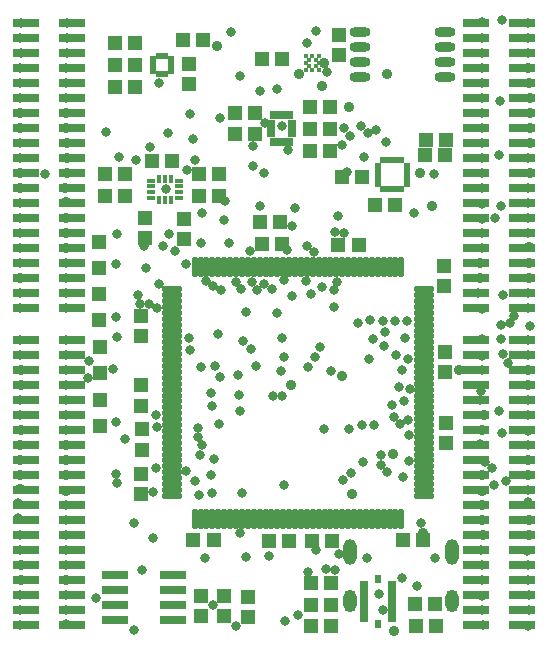
<source format=gts>
G04*
G04 #@! TF.GenerationSoftware,Altium Limited,Altium Designer,23.6.0 (18)*
G04*
G04 Layer_Color=8388736*
%FSLAX44Y44*%
%MOMM*%
G71*
G04*
G04 #@! TF.SameCoordinates,1B3FBE08-8921-405D-8673-E2F24B904F06*
G04*
G04*
G04 #@! TF.FilePolarity,Negative*
G04*
G01*
G75*
%ADD35C,0.4032*%
%ADD36R,1.3032X1.2032*%
%ADD37R,1.2032X1.3032*%
G04:AMPARAMS|DCode=38|XSize=1.6732mm|YSize=0.4832mm|CornerRadius=0.1366mm|HoleSize=0mm|Usage=FLASHONLY|Rotation=0.000|XOffset=0mm|YOffset=0mm|HoleType=Round|Shape=RoundedRectangle|*
%AMROUNDEDRECTD38*
21,1,1.6732,0.2100,0,0,0.0*
21,1,1.4000,0.4832,0,0,0.0*
1,1,0.2732,0.7000,-0.1050*
1,1,0.2732,-0.7000,-0.1050*
1,1,0.2732,-0.7000,0.1050*
1,1,0.2732,0.7000,0.1050*
%
%ADD38ROUNDEDRECTD38*%
G04:AMPARAMS|DCode=39|XSize=1.6732mm|YSize=0.4832mm|CornerRadius=0.1366mm|HoleSize=0mm|Usage=FLASHONLY|Rotation=90.000|XOffset=0mm|YOffset=0mm|HoleType=Round|Shape=RoundedRectangle|*
%AMROUNDEDRECTD39*
21,1,1.6732,0.2100,0,0,90.0*
21,1,1.4000,0.4832,0,0,90.0*
1,1,0.2732,0.1050,0.7000*
1,1,0.2732,0.1050,-0.7000*
1,1,0.2732,-0.1050,-0.7000*
1,1,0.2732,-0.1050,0.7000*
%
%ADD39ROUNDEDRECTD39*%
%ADD40R,1.3032X1.3032*%
%ADD41R,0.6782X0.4532*%
%ADD42R,0.4532X0.6782*%
%ADD43R,0.5532X0.7932*%
%ADD44R,0.7932X0.5532*%
G04:AMPARAMS|DCode=45|XSize=0.5832mm|YSize=0.5532mm|CornerRadius=0.1174mm|HoleSize=0mm|Usage=FLASHONLY|Rotation=0.000|XOffset=0mm|YOffset=0mm|HoleType=Round|Shape=RoundedRectangle|*
%AMROUNDEDRECTD45*
21,1,0.5832,0.3185,0,0,0.0*
21,1,0.3485,0.5532,0,0,0.0*
1,1,0.2347,0.1743,-0.1593*
1,1,0.2347,-0.1743,-0.1593*
1,1,0.2347,-0.1743,0.1593*
1,1,0.2347,0.1743,0.1593*
%
%ADD45ROUNDEDRECTD45*%
%ADD46R,0.5032X0.7032*%
%ADD47R,0.7032X0.5032*%
%ADD48R,0.6032X0.5032*%
%ADD49R,0.5032X0.6032*%
%ADD50O,1.8032X0.8032*%
%ADD51R,2.1844X0.7366*%
%ADD52R,2.2032X0.6532*%
%ADD53O,1.1032X1.9032*%
%ADD54O,1.1032X2.2032*%
%ADD55C,0.8032*%
%ADD56C,0.9032*%
D35*
X574240Y740920D02*
D03*
X568580Y746580D02*
D03*
X562920D02*
D03*
Y740920D02*
D03*
Y735260D02*
D03*
X568580D02*
D03*
X565750Y743750D02*
D03*
Y738090D02*
D03*
X574240Y746580D02*
D03*
Y735260D02*
D03*
X571410Y743750D02*
D03*
Y738090D02*
D03*
D36*
X680750Y662750D02*
D03*
X663750D02*
D03*
X489500Y646750D02*
D03*
X472500D02*
D03*
X489750Y628500D02*
D03*
X472750D02*
D03*
X526250Y744000D02*
D03*
X543250D02*
D03*
X449500Y657750D02*
D03*
X432500D02*
D03*
X410250Y628500D02*
D03*
X393250D02*
D03*
X410250Y647000D02*
D03*
X393250D02*
D03*
X681500Y676000D02*
D03*
X664500D02*
D03*
X673000Y264250D02*
D03*
X656000D02*
D03*
X672750Y283000D02*
D03*
X655750D02*
D03*
X567500Y282250D02*
D03*
X584500D02*
D03*
X567500Y264000D02*
D03*
X584500D02*
D03*
X584500Y300750D02*
D03*
X567500D02*
D03*
X458750Y760500D02*
D03*
X475750D02*
D03*
X401753Y739500D02*
D03*
X418753D02*
D03*
X401750Y720750D02*
D03*
X418750D02*
D03*
X401750Y758250D02*
D03*
X418750D02*
D03*
X566750Y703500D02*
D03*
X583750D02*
D03*
X520000Y680500D02*
D03*
X503000D02*
D03*
X520000Y698750D02*
D03*
X503000D02*
D03*
X566250Y666500D02*
D03*
X583250D02*
D03*
X566500Y685000D02*
D03*
X583500D02*
D03*
X611000Y644500D02*
D03*
X594000D02*
D03*
X638500Y621000D02*
D03*
X621500D02*
D03*
X524500Y606750D02*
D03*
X541500D02*
D03*
X526250Y587500D02*
D03*
X543250D02*
D03*
X590750Y587250D02*
D03*
X607750D02*
D03*
X485000Y336750D02*
D03*
X468000D02*
D03*
X645750Y337500D02*
D03*
X662750D02*
D03*
X585500Y336250D02*
D03*
X568500D02*
D03*
X549250D02*
D03*
X532250D02*
D03*
D37*
X591000Y764500D02*
D03*
Y747500D02*
D03*
X424000Y510000D02*
D03*
Y527000D02*
D03*
X464250Y723500D02*
D03*
Y740500D02*
D03*
X427000Y592750D02*
D03*
Y609750D02*
D03*
X460000Y592000D02*
D03*
Y609000D02*
D03*
X424000Y393000D02*
D03*
Y376000D02*
D03*
X682000Y436250D02*
D03*
Y419250D02*
D03*
X681000Y496750D02*
D03*
Y479750D02*
D03*
X680250Y569000D02*
D03*
Y552000D02*
D03*
X424000Y451000D02*
D03*
Y468000D02*
D03*
X424250Y430750D02*
D03*
Y413750D02*
D03*
X494000Y272500D02*
D03*
Y289500D02*
D03*
X474500Y272500D02*
D03*
Y289500D02*
D03*
X514000Y289000D02*
D03*
Y272000D02*
D03*
D38*
X663200Y549500D02*
D03*
Y544500D02*
D03*
Y539500D02*
D03*
Y534500D02*
D03*
Y529500D02*
D03*
Y524500D02*
D03*
Y519500D02*
D03*
Y514500D02*
D03*
Y509500D02*
D03*
Y504500D02*
D03*
Y499500D02*
D03*
Y494500D02*
D03*
Y489500D02*
D03*
Y484500D02*
D03*
Y479500D02*
D03*
Y474500D02*
D03*
Y469500D02*
D03*
Y464500D02*
D03*
Y459500D02*
D03*
Y454500D02*
D03*
Y449500D02*
D03*
Y444500D02*
D03*
Y439500D02*
D03*
Y434500D02*
D03*
Y429500D02*
D03*
Y424500D02*
D03*
Y419500D02*
D03*
Y414500D02*
D03*
Y409500D02*
D03*
Y404500D02*
D03*
Y399500D02*
D03*
Y394500D02*
D03*
Y389500D02*
D03*
Y384500D02*
D03*
Y379500D02*
D03*
Y374500D02*
D03*
X449800D02*
D03*
Y379500D02*
D03*
Y384500D02*
D03*
Y389500D02*
D03*
Y394500D02*
D03*
Y399500D02*
D03*
Y404500D02*
D03*
Y409500D02*
D03*
Y414500D02*
D03*
Y419500D02*
D03*
Y424500D02*
D03*
Y429500D02*
D03*
Y434500D02*
D03*
Y439500D02*
D03*
Y444500D02*
D03*
Y449500D02*
D03*
Y454500D02*
D03*
Y459500D02*
D03*
Y464500D02*
D03*
Y469500D02*
D03*
Y474500D02*
D03*
Y479500D02*
D03*
Y484500D02*
D03*
Y489500D02*
D03*
Y494500D02*
D03*
Y499500D02*
D03*
Y504500D02*
D03*
Y509500D02*
D03*
Y514500D02*
D03*
Y519500D02*
D03*
Y524500D02*
D03*
Y529500D02*
D03*
Y534500D02*
D03*
Y539500D02*
D03*
Y544500D02*
D03*
Y549500D02*
D03*
D39*
X469000Y568700D02*
D03*
X474000D02*
D03*
X479000D02*
D03*
X484000D02*
D03*
X489000D02*
D03*
X494000D02*
D03*
X499000D02*
D03*
X504000D02*
D03*
X509000D02*
D03*
X514000D02*
D03*
X519000D02*
D03*
X524000D02*
D03*
X529000D02*
D03*
X534000D02*
D03*
X539000D02*
D03*
X544000D02*
D03*
X549000D02*
D03*
X554000D02*
D03*
X559000D02*
D03*
X564000D02*
D03*
X569000D02*
D03*
X574000D02*
D03*
X579000D02*
D03*
X584000D02*
D03*
X589000D02*
D03*
X594000D02*
D03*
X599000D02*
D03*
X604000D02*
D03*
X609000D02*
D03*
X614000D02*
D03*
X619000D02*
D03*
X624000D02*
D03*
X629000D02*
D03*
X634000D02*
D03*
X639000D02*
D03*
X644000D02*
D03*
Y355300D02*
D03*
X639000D02*
D03*
X634000D02*
D03*
X629000D02*
D03*
X624000D02*
D03*
X619000D02*
D03*
X614000D02*
D03*
X609000D02*
D03*
X604000D02*
D03*
X599000D02*
D03*
X594000D02*
D03*
X589000D02*
D03*
X584000D02*
D03*
X579000D02*
D03*
X574000D02*
D03*
X569000D02*
D03*
X564000D02*
D03*
X559000D02*
D03*
X554000D02*
D03*
X549000D02*
D03*
X544000D02*
D03*
X539000D02*
D03*
X534000D02*
D03*
X529000D02*
D03*
X524000D02*
D03*
X519000D02*
D03*
X514000D02*
D03*
X509000D02*
D03*
X504000D02*
D03*
X499000D02*
D03*
X494000D02*
D03*
X489000D02*
D03*
X484000D02*
D03*
X479000D02*
D03*
X474000D02*
D03*
X469000D02*
D03*
D40*
X388000Y589750D02*
D03*
X388000Y567750D02*
D03*
X388500Y500750D02*
D03*
X388500Y478750D02*
D03*
X388250Y545250D02*
D03*
X388250Y523250D02*
D03*
X388500Y456000D02*
D03*
X388500Y434000D02*
D03*
D41*
X432125Y636500D02*
D03*
Y631500D02*
D03*
Y626500D02*
D03*
Y641500D02*
D03*
X455375Y636500D02*
D03*
Y631500D02*
D03*
Y626500D02*
D03*
Y641500D02*
D03*
D42*
X443750Y643125D02*
D03*
X438750D02*
D03*
X448750D02*
D03*
X443750Y624875D02*
D03*
X438750D02*
D03*
X448750D02*
D03*
D43*
X624400Y265850D02*
D03*
Y304150D02*
D03*
D44*
X612750Y270000D02*
D03*
Y275000D02*
D03*
Y280000D02*
D03*
Y285000D02*
D03*
Y290000D02*
D03*
Y295000D02*
D03*
Y300000D02*
D03*
X636050D02*
D03*
Y295000D02*
D03*
Y290000D02*
D03*
Y285000D02*
D03*
Y280000D02*
D03*
Y275000D02*
D03*
Y270000D02*
D03*
D45*
X449153Y744500D02*
D03*
Y739500D02*
D03*
Y734500D02*
D03*
X444003Y731850D02*
D03*
X439003D02*
D03*
X433853Y734500D02*
D03*
Y739500D02*
D03*
Y744500D02*
D03*
X439003Y747150D02*
D03*
X444003D02*
D03*
D46*
X550000Y674000D02*
D03*
X545000D02*
D03*
X540000D02*
D03*
X535000D02*
D03*
X550000Y697000D02*
D03*
X545000D02*
D03*
X540000D02*
D03*
X535000D02*
D03*
D47*
X551500Y680500D02*
D03*
Y685500D02*
D03*
Y690500D02*
D03*
X533500Y680500D02*
D03*
Y685500D02*
D03*
Y690500D02*
D03*
D48*
X624000Y653750D02*
D03*
Y648750D02*
D03*
Y643750D02*
D03*
Y638750D02*
D03*
X648500D02*
D03*
Y643750D02*
D03*
Y648750D02*
D03*
Y653750D02*
D03*
D49*
X643750Y658500D02*
D03*
X638750D02*
D03*
X633750D02*
D03*
X628750D02*
D03*
Y634000D02*
D03*
X633750D02*
D03*
X638750D02*
D03*
X643750D02*
D03*
D50*
X609250Y767050D02*
D03*
Y754350D02*
D03*
Y741650D02*
D03*
Y728950D02*
D03*
X681250D02*
D03*
Y741650D02*
D03*
Y754350D02*
D03*
Y767050D02*
D03*
D51*
X401612Y307800D02*
D03*
Y295100D02*
D03*
Y282400D02*
D03*
Y269700D02*
D03*
X450888D02*
D03*
Y282400D02*
D03*
Y295100D02*
D03*
Y307800D02*
D03*
D52*
X365500Y775000D02*
D03*
Y762300D02*
D03*
Y749600D02*
D03*
Y736900D02*
D03*
Y698800D02*
D03*
Y711500D02*
D03*
Y724200D02*
D03*
Y686100D02*
D03*
Y673400D02*
D03*
Y660700D02*
D03*
Y648000D02*
D03*
Y635300D02*
D03*
Y597200D02*
D03*
Y609900D02*
D03*
Y622600D02*
D03*
Y584500D02*
D03*
Y571800D02*
D03*
Y559100D02*
D03*
Y546400D02*
D03*
Y533700D02*
D03*
X326500Y775000D02*
D03*
Y762300D02*
D03*
Y749600D02*
D03*
Y736900D02*
D03*
Y698800D02*
D03*
Y711500D02*
D03*
Y724200D02*
D03*
Y686100D02*
D03*
Y673400D02*
D03*
Y660700D02*
D03*
Y648000D02*
D03*
Y635300D02*
D03*
Y597200D02*
D03*
Y609900D02*
D03*
Y622600D02*
D03*
Y584500D02*
D03*
Y571800D02*
D03*
Y559100D02*
D03*
Y546400D02*
D03*
Y533700D02*
D03*
X746500Y775000D02*
D03*
Y762300D02*
D03*
Y749600D02*
D03*
Y736900D02*
D03*
Y698800D02*
D03*
Y711500D02*
D03*
Y724200D02*
D03*
Y686100D02*
D03*
Y673400D02*
D03*
Y660700D02*
D03*
Y648000D02*
D03*
Y635300D02*
D03*
Y597200D02*
D03*
Y609900D02*
D03*
Y622600D02*
D03*
Y584500D02*
D03*
Y571800D02*
D03*
Y559100D02*
D03*
Y546400D02*
D03*
Y533700D02*
D03*
X707500Y775000D02*
D03*
Y762300D02*
D03*
Y749600D02*
D03*
Y736900D02*
D03*
Y698800D02*
D03*
Y711500D02*
D03*
Y724200D02*
D03*
Y686100D02*
D03*
Y673400D02*
D03*
Y660700D02*
D03*
Y648000D02*
D03*
Y635300D02*
D03*
Y597200D02*
D03*
Y609900D02*
D03*
Y622600D02*
D03*
Y584500D02*
D03*
Y571800D02*
D03*
Y559100D02*
D03*
Y546400D02*
D03*
Y533700D02*
D03*
X365500Y506400D02*
D03*
Y493700D02*
D03*
Y481000D02*
D03*
Y468300D02*
D03*
Y430200D02*
D03*
Y442900D02*
D03*
Y455600D02*
D03*
Y417500D02*
D03*
Y404800D02*
D03*
Y392100D02*
D03*
Y379400D02*
D03*
Y366700D02*
D03*
Y328600D02*
D03*
Y341300D02*
D03*
Y354000D02*
D03*
Y315900D02*
D03*
Y303200D02*
D03*
Y290500D02*
D03*
Y277800D02*
D03*
Y265100D02*
D03*
X326500Y506400D02*
D03*
Y493700D02*
D03*
Y481000D02*
D03*
Y468300D02*
D03*
Y430200D02*
D03*
Y442900D02*
D03*
Y455600D02*
D03*
Y417500D02*
D03*
Y404800D02*
D03*
Y392100D02*
D03*
Y379400D02*
D03*
Y366700D02*
D03*
Y328600D02*
D03*
Y341300D02*
D03*
Y354000D02*
D03*
Y315900D02*
D03*
Y303200D02*
D03*
Y290500D02*
D03*
Y277800D02*
D03*
Y265100D02*
D03*
X746500Y506400D02*
D03*
Y493700D02*
D03*
Y481000D02*
D03*
Y468300D02*
D03*
Y430200D02*
D03*
Y442900D02*
D03*
Y455600D02*
D03*
Y417500D02*
D03*
Y404800D02*
D03*
Y392100D02*
D03*
Y379400D02*
D03*
Y366700D02*
D03*
Y328600D02*
D03*
Y341300D02*
D03*
Y354000D02*
D03*
Y315900D02*
D03*
Y303200D02*
D03*
Y290500D02*
D03*
Y277800D02*
D03*
Y265100D02*
D03*
X707500Y506400D02*
D03*
Y493700D02*
D03*
Y481000D02*
D03*
Y468300D02*
D03*
Y430200D02*
D03*
Y442900D02*
D03*
Y455600D02*
D03*
Y417500D02*
D03*
Y404800D02*
D03*
Y392100D02*
D03*
Y379400D02*
D03*
Y366700D02*
D03*
Y328600D02*
D03*
Y341300D02*
D03*
Y354000D02*
D03*
Y315900D02*
D03*
Y303200D02*
D03*
Y290500D02*
D03*
Y277800D02*
D03*
Y265100D02*
D03*
D53*
X600750Y285250D02*
D03*
X687250D02*
D03*
D54*
X600750Y326950D02*
D03*
X687250D02*
D03*
D55*
X615100Y322050D02*
D03*
X672900D02*
D03*
X727000Y446000D02*
D03*
X710644Y456069D02*
D03*
X711750Y463487D02*
D03*
X711000Y418250D02*
D03*
X714951Y403225D02*
D03*
X721166Y397975D02*
D03*
X645157Y390175D02*
D03*
X712209Y532550D02*
D03*
X709000Y546050D02*
D03*
X649157Y522675D02*
D03*
X660250Y351196D02*
D03*
X750886Y369250D02*
D03*
X732796Y387130D02*
D03*
X722365Y384108D02*
D03*
X475250Y613985D02*
D03*
X447716Y596250D02*
D03*
X442000Y585750D02*
D03*
X403350Y596250D02*
D03*
X452281Y582074D02*
D03*
X426000Y585750D02*
D03*
X402032Y437300D02*
D03*
X319285Y368709D02*
D03*
X319435Y355859D02*
D03*
X581262Y733422D02*
D03*
X751048Y429647D02*
D03*
X650363Y426064D02*
D03*
X649930Y438930D02*
D03*
X595220Y686075D02*
D03*
X531750Y323250D02*
D03*
X475124Y417699D02*
D03*
X471606Y424394D02*
D03*
X543213Y459481D02*
D03*
X542392Y479941D02*
D03*
X535719Y459168D02*
D03*
X612600Y661396D02*
D03*
X597600Y649000D02*
D03*
X622744Y684594D02*
D03*
X615850Y681640D02*
D03*
X609909Y687298D02*
D03*
X607521Y585000D02*
D03*
X628157Y522425D02*
D03*
X617657Y523250D02*
D03*
X607157Y521182D02*
D03*
X507350Y729750D02*
D03*
X524250Y716925D02*
D03*
X628764Y277954D02*
D03*
X625240Y291511D02*
D03*
X379238Y488945D02*
D03*
X672000Y647250D02*
D03*
X631242Y674000D02*
D03*
X600850Y679349D02*
D03*
X593850Y671500D02*
D03*
X595462Y596689D02*
D03*
X589720Y555974D02*
D03*
X571550Y767745D02*
D03*
X564000Y757750D02*
D03*
X499850Y767500D02*
D03*
X729000Y428000D02*
D03*
X637973Y441250D02*
D03*
X643118Y435792D02*
D03*
X651264Y464873D02*
D03*
X712000Y481247D02*
D03*
X636112Y451750D02*
D03*
X641657Y466925D02*
D03*
X723000Y610000D02*
D03*
X436500Y398495D02*
D03*
X403000Y385000D02*
D03*
X402000Y393000D02*
D03*
X564750Y310250D02*
D03*
X657000Y298000D02*
D03*
X433681Y378000D02*
D03*
X528907Y689925D02*
D03*
X553750Y618500D02*
D03*
X547000Y583000D02*
D03*
X494891Y624065D02*
D03*
X444750Y634000D02*
D03*
X403000Y509000D02*
D03*
X402407Y526175D02*
D03*
X410000Y423000D02*
D03*
X420695Y544302D02*
D03*
X482907Y391925D02*
D03*
X503907Y263925D02*
D03*
X507000Y343000D02*
D03*
X544907Y383925D02*
D03*
X572000Y328914D02*
D03*
X730000Y545000D02*
D03*
X712048Y622047D02*
D03*
X484802Y552339D02*
D03*
X491535Y549036D02*
D03*
X478562Y556500D02*
D03*
X654407Y613629D02*
D03*
X728377Y519127D02*
D03*
X590250Y611500D02*
D03*
X588126Y598250D02*
D03*
X567604Y545265D02*
D03*
X551750Y543750D02*
D03*
X562925Y556850D02*
D03*
X576657Y551500D02*
D03*
X538890Y529375D02*
D03*
X528088Y554082D02*
D03*
X544500Y557250D02*
D03*
X360048Y265850D02*
D03*
X342575Y646911D02*
D03*
X751333Y264739D02*
D03*
X751825Y278161D02*
D03*
X752326Y290661D02*
D03*
X712825Y265161D02*
D03*
X712326Y277661D02*
D03*
X712576Y290161D02*
D03*
X360897Y749163D02*
D03*
X361147Y762163D02*
D03*
Y775163D02*
D03*
X322147Y749413D02*
D03*
X321397Y762413D02*
D03*
X322147Y774913D02*
D03*
X321500Y711500D02*
D03*
X360250Y711250D02*
D03*
X750626Y328268D02*
D03*
X711376Y328768D02*
D03*
X461750Y395250D02*
D03*
X469250Y387500D02*
D03*
X433788Y339178D02*
D03*
X712048Y762547D02*
D03*
X446500Y681500D02*
D03*
X468000Y676500D02*
D03*
X729376Y777268D02*
D03*
X728656Y506925D02*
D03*
X734645Y487350D02*
D03*
X739577Y526950D02*
D03*
X735750Y520500D02*
D03*
X712048Y493246D02*
D03*
X518126Y670518D02*
D03*
X548236Y667008D02*
D03*
X727376Y709017D02*
D03*
X726876Y663268D02*
D03*
X419626Y658767D02*
D03*
X490376Y694268D02*
D03*
X751048Y533947D02*
D03*
X427876Y567267D02*
D03*
X521032Y484447D02*
D03*
X516657Y499250D02*
D03*
X505500Y476750D02*
D03*
X506157Y460250D02*
D03*
X507250Y446750D02*
D03*
X483157Y461425D02*
D03*
X490157Y475000D02*
D03*
X591376Y325518D02*
D03*
X588126Y312017D02*
D03*
X469100Y659000D02*
D03*
X498500Y588250D02*
D03*
X524350Y620000D02*
D03*
X494000Y608250D02*
D03*
X518250Y653500D02*
D03*
X527626Y648268D02*
D03*
X474100Y589000D02*
D03*
X462195Y650055D02*
D03*
X489587Y435733D02*
D03*
X484000Y450500D02*
D03*
X509212Y377288D02*
D03*
X385600Y287750D02*
D03*
X611850Y403500D02*
D03*
X626500Y409500D02*
D03*
X601250Y393750D02*
D03*
X631907Y394750D02*
D03*
X626750Y400500D02*
D03*
X510250Y505500D02*
D03*
X461453Y571221D02*
D03*
X521407Y549175D02*
D03*
X516250Y581500D02*
D03*
X473250Y409500D02*
D03*
X712093Y507127D02*
D03*
X712048Y609150D02*
D03*
X751048Y379647D02*
D03*
X584250Y480000D02*
D03*
X620409Y507758D02*
D03*
X629758Y513258D02*
D03*
X638657Y522425D02*
D03*
X649518Y490527D02*
D03*
X639239Y494206D02*
D03*
X629000Y501500D02*
D03*
X464763Y497884D02*
D03*
X488907Y511384D02*
D03*
X575100Y500250D02*
D03*
X571150Y492300D02*
D03*
X565100Y483500D02*
D03*
X620600Y434500D02*
D03*
X644850Y305000D02*
D03*
X646612Y454675D02*
D03*
X544750Y492500D02*
D03*
X712048Y648247D02*
D03*
X751048Y622847D02*
D03*
Y635547D02*
D03*
X438750Y554097D02*
D03*
X617000Y490750D02*
D03*
X647100Y508500D02*
D03*
X611121Y434726D02*
D03*
X599600Y431500D02*
D03*
X578907Y430925D02*
D03*
X569820Y581234D02*
D03*
X587000Y534500D02*
D03*
X474000Y483750D02*
D03*
X463850Y508500D02*
D03*
X471657Y431925D02*
D03*
X478100Y322000D02*
D03*
X543350Y687750D02*
D03*
X551500Y603000D02*
D03*
X430850Y670250D02*
D03*
X728500Y620250D02*
D03*
X430149Y536851D02*
D03*
X436944Y533675D02*
D03*
X422407Y537000D02*
D03*
X587157Y548925D02*
D03*
X543100Y508500D02*
D03*
X512750Y322750D02*
D03*
X484500Y282000D02*
D03*
X508471Y549759D02*
D03*
X512850Y530000D02*
D03*
X321048Y622750D02*
D03*
X393850Y682500D02*
D03*
X405350Y661500D02*
D03*
X545600Y269000D02*
D03*
X556393Y274000D02*
D03*
X580600Y313000D02*
D03*
X464750Y697500D02*
D03*
X424407Y311675D02*
D03*
X417407Y260676D02*
D03*
X399500Y482000D02*
D03*
X360048Y468547D02*
D03*
X378500Y474250D02*
D03*
X486157Y484175D02*
D03*
X472657Y374925D02*
D03*
X321048Y673647D02*
D03*
X360048Y341547D02*
D03*
Y354247D02*
D03*
X417907Y351175D02*
D03*
X483407Y376925D02*
D03*
X485657Y405425D02*
D03*
X438657Y723675D02*
D03*
X594907Y387925D02*
D03*
X650657Y404425D02*
D03*
X752657Y518675D02*
D03*
X644407Y480925D02*
D03*
X730157Y494925D02*
D03*
X712048Y597447D02*
D03*
X564407Y586425D02*
D03*
X534157Y549675D02*
D03*
X517500Y556000D02*
D03*
X504250D02*
D03*
X437157Y432425D02*
D03*
X435907Y442925D02*
D03*
X402157Y570925D02*
D03*
X712048Y775422D02*
D03*
X538500Y719250D02*
D03*
X751048Y775247D02*
D03*
Y762547D02*
D03*
Y749847D02*
D03*
X712048D02*
D03*
Y737147D02*
D03*
Y724447D02*
D03*
Y711747D02*
D03*
Y699047D02*
D03*
Y686347D02*
D03*
Y673647D02*
D03*
X751048Y660947D02*
D03*
X712048D02*
D03*
Y635547D02*
D03*
X751048Y610147D02*
D03*
Y597447D02*
D03*
X712048Y584747D02*
D03*
X751048Y546647D02*
D03*
Y506647D02*
D03*
Y493947D02*
D03*
Y455847D02*
D03*
Y443147D02*
D03*
Y417747D02*
D03*
Y316147D02*
D03*
X712048D02*
D03*
X751048Y303447D02*
D03*
X712048D02*
D03*
X321048Y265347D02*
D03*
X360048Y278047D02*
D03*
X321048D02*
D03*
X360048Y290747D02*
D03*
X321048D02*
D03*
X360048Y316147D02*
D03*
Y328847D02*
D03*
X321048D02*
D03*
Y341547D02*
D03*
X360048Y366947D02*
D03*
Y430447D02*
D03*
Y443147D02*
D03*
X321048D02*
D03*
X360048Y455847D02*
D03*
X321048D02*
D03*
X360048Y481247D02*
D03*
Y493947D02*
D03*
X321048D02*
D03*
X360048Y506647D02*
D03*
X321048D02*
D03*
X360048Y533947D02*
D03*
X321048D02*
D03*
Y546647D02*
D03*
X360048D02*
D03*
Y559347D02*
D03*
Y572047D02*
D03*
X321048D02*
D03*
Y584747D02*
D03*
Y597447D02*
D03*
Y610147D02*
D03*
Y660947D02*
D03*
X360048Y724447D02*
D03*
X321048D02*
D03*
X360500Y736900D02*
D03*
X321048Y737147D02*
D03*
D56*
X714000Y443000D02*
D03*
X753000Y648000D02*
D03*
Y673000D02*
D03*
Y686000D02*
D03*
Y699000D02*
D03*
Y711000D02*
D03*
X752000Y724000D02*
D03*
X751000Y737000D02*
D03*
X711000Y572000D02*
D03*
Y559000D02*
D03*
X752000Y585000D02*
D03*
Y572000D02*
D03*
Y559000D02*
D03*
X751000Y481000D02*
D03*
Y468000D02*
D03*
X712000Y430000D02*
D03*
Y354000D02*
D03*
X713000Y341000D02*
D03*
X712000Y367000D02*
D03*
Y379000D02*
D03*
Y392000D02*
D03*
X751000Y405000D02*
D03*
Y392000D02*
D03*
X752000Y354000D02*
D03*
Y341000D02*
D03*
X321000Y699000D02*
D03*
Y686000D02*
D03*
X360000Y699000D02*
D03*
Y686000D02*
D03*
X361000Y673000D02*
D03*
Y661000D02*
D03*
Y648000D02*
D03*
X321000D02*
D03*
Y635000D02*
D03*
X359000D02*
D03*
X360000Y623000D02*
D03*
Y610000D02*
D03*
Y597000D02*
D03*
Y584000D02*
D03*
X321000Y559000D02*
D03*
X360000Y418000D02*
D03*
Y405000D02*
D03*
Y392000D02*
D03*
Y379000D02*
D03*
Y303000D02*
D03*
X322000D02*
D03*
Y316000D02*
D03*
X321000Y380000D02*
D03*
Y392000D02*
D03*
Y405000D02*
D03*
Y418000D02*
D03*
X322000Y430000D02*
D03*
Y468000D02*
D03*
Y481000D02*
D03*
X577000Y721131D02*
D03*
X578254Y740903D02*
D03*
X557000Y732000D02*
D03*
X632000D02*
D03*
X487908Y755516D02*
D03*
X594000Y476000D02*
D03*
X599350Y703475D02*
D03*
X662250Y343450D02*
D03*
X660000Y648000D02*
D03*
X550250Y468000D02*
D03*
X670000Y620000D02*
D03*
X638000Y260000D02*
D03*
X602000Y376000D02*
D03*
X637000Y410000D02*
D03*
X692500Y481425D02*
D03*
M02*

</source>
